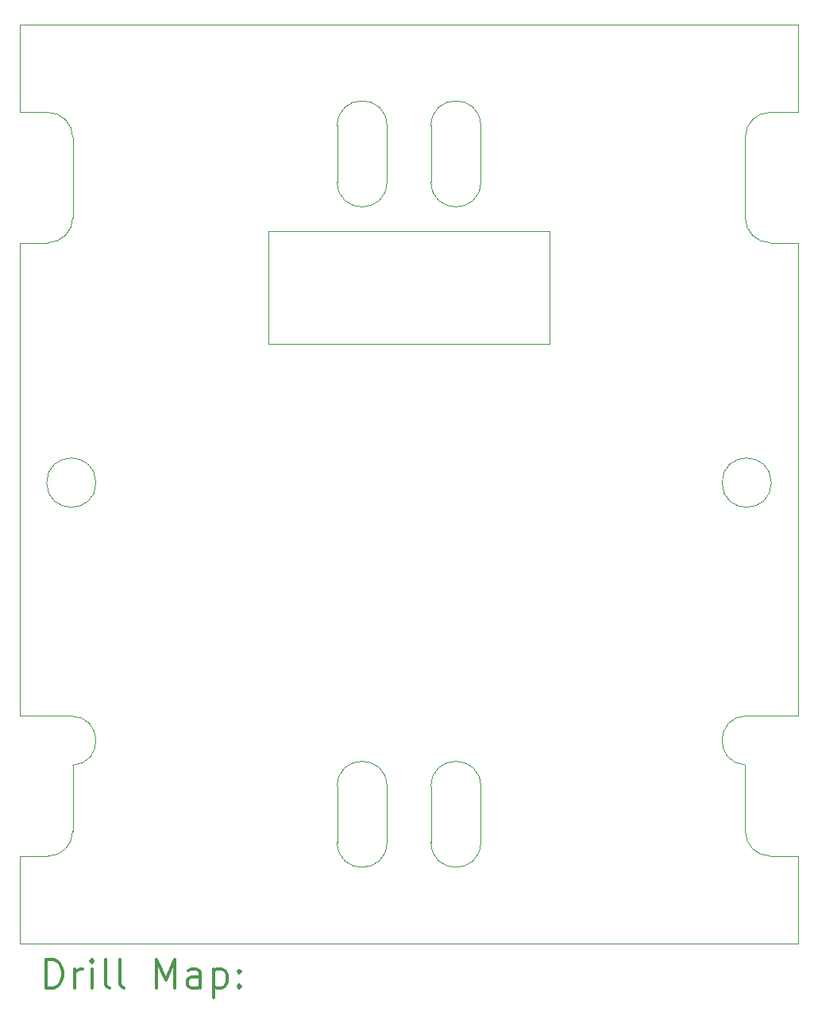
<source format=gbr>
%FSLAX45Y45*%
G04 Gerber Fmt 4.5, Leading zero omitted, Abs format (unit mm)*
G04 Created by KiCad (PCBNEW (5.1.10)-1) date 2022-06-07 20:29:40*
%MOMM*%
%LPD*%
G01*
G04 APERTURE LIST*
%TA.AperFunction,Profile*%
%ADD10C,0.050000*%
%TD*%
%ADD11C,0.200000*%
%ADD12C,0.300000*%
G04 APERTURE END LIST*
D10*
X18000000Y-5910000D02*
G75*
G03*
X17735000Y-6175000I0J-265000D01*
G01*
X18000000Y-5910000D02*
X18300000Y-5910000D01*
X17735000Y-7035000D02*
G75*
G03*
X18000000Y-7300000I265000J0D01*
G01*
X17735000Y-7035000D02*
X17735000Y-6175000D01*
X18000000Y-7300000D02*
X18300000Y-7300000D01*
X18300000Y-5910000D02*
X18300000Y-4975000D01*
X18300000Y-12343500D02*
X18300000Y-7300000D01*
X18300000Y-14775000D02*
X18300000Y-13838000D01*
X10000000Y-13840000D02*
X10000000Y-14775000D01*
X10000000Y-7300000D02*
X10000000Y-12345500D01*
X10000000Y-4975000D02*
X10000000Y-5910000D01*
X17750000Y-12343500D02*
X18300000Y-12343500D01*
X18000000Y-13838000D02*
G75*
G02*
X17735000Y-13573000I0J265000D01*
G01*
X18000000Y-13838000D02*
X18300000Y-13838000D01*
X17735000Y-12868000D02*
X17735000Y-13573000D01*
X17750000Y-12343571D02*
G75*
G03*
X17735000Y-12868000I0J-262429D01*
G01*
X10550000Y-12345571D02*
G75*
G02*
X10565000Y-12870000I0J-262429D01*
G01*
X10550000Y-12345500D02*
X10000000Y-12345500D01*
X10300000Y-13840000D02*
G75*
G03*
X10565000Y-13575000I0J265000D01*
G01*
X10565000Y-12870000D02*
X10565000Y-13575000D01*
X10300000Y-13840000D02*
X10000000Y-13840000D01*
X10300000Y-7300000D02*
X10000000Y-7300000D01*
X10565000Y-7035000D02*
X10565000Y-6175000D01*
X10565000Y-7035000D02*
G75*
G02*
X10300000Y-7300000I-265000J0D01*
G01*
X10300000Y-5910000D02*
X10000000Y-5910000D01*
X10300000Y-5910000D02*
G75*
G02*
X10565000Y-6175000I0J-265000D01*
G01*
X12650000Y-8375000D02*
X12650000Y-7175000D01*
X15650000Y-8375000D02*
X12650000Y-8375000D01*
X15650000Y-7175000D02*
X15650000Y-8375000D01*
X12650000Y-7175000D02*
X15650000Y-7175000D01*
X14915000Y-13693000D02*
G75*
G02*
X14385000Y-13693000I-265000J0D01*
G01*
X14385000Y-13093000D02*
G75*
G02*
X14915000Y-13093000I265000J0D01*
G01*
X13915000Y-13693000D02*
G75*
G02*
X13385000Y-13693000I-265000J0D01*
G01*
X13385000Y-13093000D02*
G75*
G02*
X13915000Y-13093000I265000J0D01*
G01*
X14915000Y-6653000D02*
G75*
G02*
X14385000Y-6653000I-265000J0D01*
G01*
X14385000Y-6053000D02*
G75*
G02*
X14915000Y-6053000I265000J0D01*
G01*
X13915000Y-6653000D02*
G75*
G02*
X13385000Y-6653000I-265000J0D01*
G01*
X13385000Y-6053000D02*
G75*
G02*
X13915000Y-6053000I265000J0D01*
G01*
X14915000Y-13693000D02*
X14915000Y-13093000D01*
X14385000Y-13093000D02*
X14385000Y-13693000D01*
X13915000Y-13693000D02*
X13915000Y-13093000D01*
X13385000Y-13093000D02*
X13385000Y-13693000D01*
X14915000Y-6053000D02*
X14915000Y-6653000D01*
X14385000Y-6053000D02*
X14385000Y-6653000D01*
X13915000Y-6053000D02*
X13915000Y-6653000D01*
X13385000Y-6653000D02*
X13385000Y-6053000D01*
X18012500Y-9858000D02*
G75*
G03*
X18012500Y-9858000I-262500J0D01*
G01*
X10812500Y-9858000D02*
G75*
G03*
X10812500Y-9858000I-262500J0D01*
G01*
X18300000Y-4975000D02*
X10000000Y-4975000D01*
X10000000Y-14775000D02*
X18300000Y-14775000D01*
D11*
D12*
X10283928Y-15243214D02*
X10283928Y-14943214D01*
X10355357Y-14943214D01*
X10398214Y-14957500D01*
X10426786Y-14986071D01*
X10441071Y-15014643D01*
X10455357Y-15071786D01*
X10455357Y-15114643D01*
X10441071Y-15171786D01*
X10426786Y-15200357D01*
X10398214Y-15228929D01*
X10355357Y-15243214D01*
X10283928Y-15243214D01*
X10583928Y-15243214D02*
X10583928Y-15043214D01*
X10583928Y-15100357D02*
X10598214Y-15071786D01*
X10612500Y-15057500D01*
X10641071Y-15043214D01*
X10669643Y-15043214D01*
X10769643Y-15243214D02*
X10769643Y-15043214D01*
X10769643Y-14943214D02*
X10755357Y-14957500D01*
X10769643Y-14971786D01*
X10783928Y-14957500D01*
X10769643Y-14943214D01*
X10769643Y-14971786D01*
X10955357Y-15243214D02*
X10926786Y-15228929D01*
X10912500Y-15200357D01*
X10912500Y-14943214D01*
X11112500Y-15243214D02*
X11083928Y-15228929D01*
X11069643Y-15200357D01*
X11069643Y-14943214D01*
X11455357Y-15243214D02*
X11455357Y-14943214D01*
X11555357Y-15157500D01*
X11655357Y-14943214D01*
X11655357Y-15243214D01*
X11926786Y-15243214D02*
X11926786Y-15086071D01*
X11912500Y-15057500D01*
X11883928Y-15043214D01*
X11826786Y-15043214D01*
X11798214Y-15057500D01*
X11926786Y-15228929D02*
X11898214Y-15243214D01*
X11826786Y-15243214D01*
X11798214Y-15228929D01*
X11783928Y-15200357D01*
X11783928Y-15171786D01*
X11798214Y-15143214D01*
X11826786Y-15128929D01*
X11898214Y-15128929D01*
X11926786Y-15114643D01*
X12069643Y-15043214D02*
X12069643Y-15343214D01*
X12069643Y-15057500D02*
X12098214Y-15043214D01*
X12155357Y-15043214D01*
X12183928Y-15057500D01*
X12198214Y-15071786D01*
X12212500Y-15100357D01*
X12212500Y-15186071D01*
X12198214Y-15214643D01*
X12183928Y-15228929D01*
X12155357Y-15243214D01*
X12098214Y-15243214D01*
X12069643Y-15228929D01*
X12341071Y-15214643D02*
X12355357Y-15228929D01*
X12341071Y-15243214D01*
X12326786Y-15228929D01*
X12341071Y-15214643D01*
X12341071Y-15243214D01*
X12341071Y-15057500D02*
X12355357Y-15071786D01*
X12341071Y-15086071D01*
X12326786Y-15071786D01*
X12341071Y-15057500D01*
X12341071Y-15086071D01*
M02*

</source>
